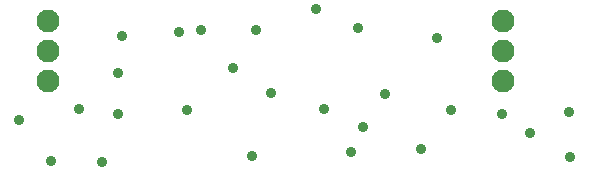
<source format=gbs>
G04*
G04 #@! TF.GenerationSoftware,Altium Limited,Altium Designer,23.9.2 (47)*
G04*
G04 Layer_Color=16711935*
%FSLAX25Y25*%
%MOIN*%
G70*
G04*
G04 #@! TF.SameCoordinates,F644929B-0515-4FFE-9EA4-74E11A0DFDDC*
G04*
G04*
G04 #@! TF.FilePolarity,Negative*
G04*
G01*
G75*
%ADD33C,0.07677*%
%ADD34C,0.03591*%
D33*
X171500Y50000D02*
D03*
Y40000D02*
D03*
Y30000D02*
D03*
X20000Y50000D02*
D03*
Y40000D02*
D03*
Y30000D02*
D03*
D34*
X193700Y19928D02*
D03*
X111950Y20850D02*
D03*
X89200Y47300D02*
D03*
X149600Y44400D02*
D03*
X132202Y25898D02*
D03*
X154300Y20600D02*
D03*
X123100Y47700D02*
D03*
X37900Y3300D02*
D03*
X44500Y45100D02*
D03*
X43200Y32800D02*
D03*
X81500Y34400D02*
D03*
X94100Y26300D02*
D03*
X171400Y19000D02*
D03*
X124800Y14700D02*
D03*
X30400Y20800D02*
D03*
X20900Y3500D02*
D03*
X87800Y5200D02*
D03*
X193900Y4800D02*
D03*
X180600Y12800D02*
D03*
X144100Y7400D02*
D03*
X120800Y6400D02*
D03*
X71000Y47300D02*
D03*
X43363Y19163D02*
D03*
X10400Y17100D02*
D03*
X63600Y46600D02*
D03*
X66200Y20600D02*
D03*
X109300Y54100D02*
D03*
M02*

</source>
